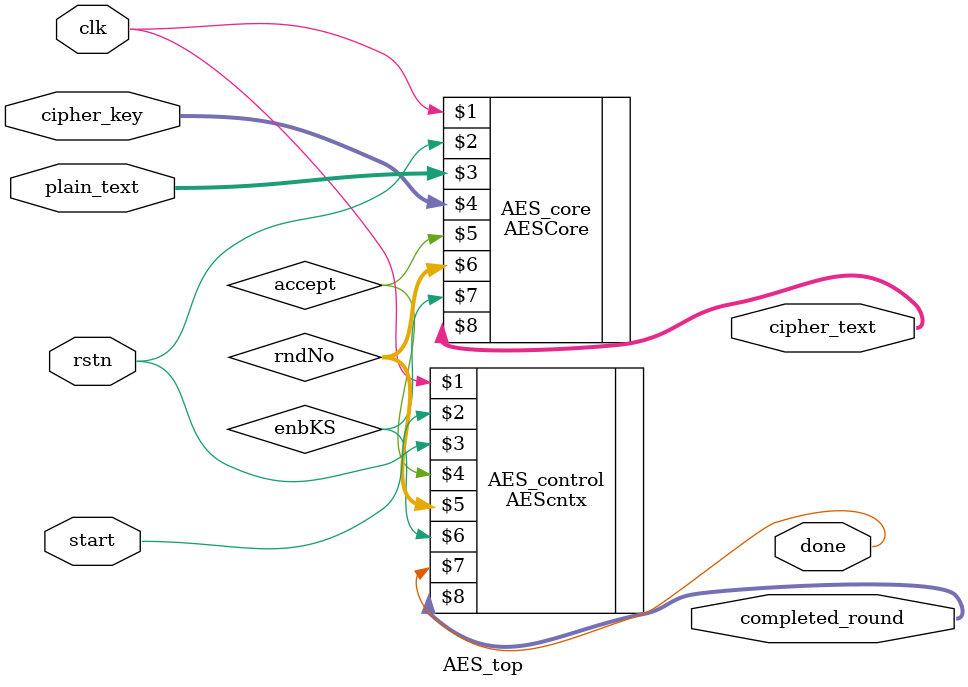
<source format=v>
module AES_top(
	//from testbench
	input  clk,
	input  start,
	input  rstn,
	input  [127:0] plain_text,
	input  [127:0] cipher_key,
	//to testbench
	output  done,
	output  [9:0] completed_round,
	output  [127:0] cipher_text
	);

    wire accept;
    wire [3:0] rndNo;
    wire enbKS;     
    
    AEScntx AES_control(clk,start,rstn,accept,rndNo,enbKS,done,completed_round);
    AESCore AES_core(clk,rstn,plain_text,cipher_key,accept,rndNo,enbKS,cipher_text);

endmodule

</source>
